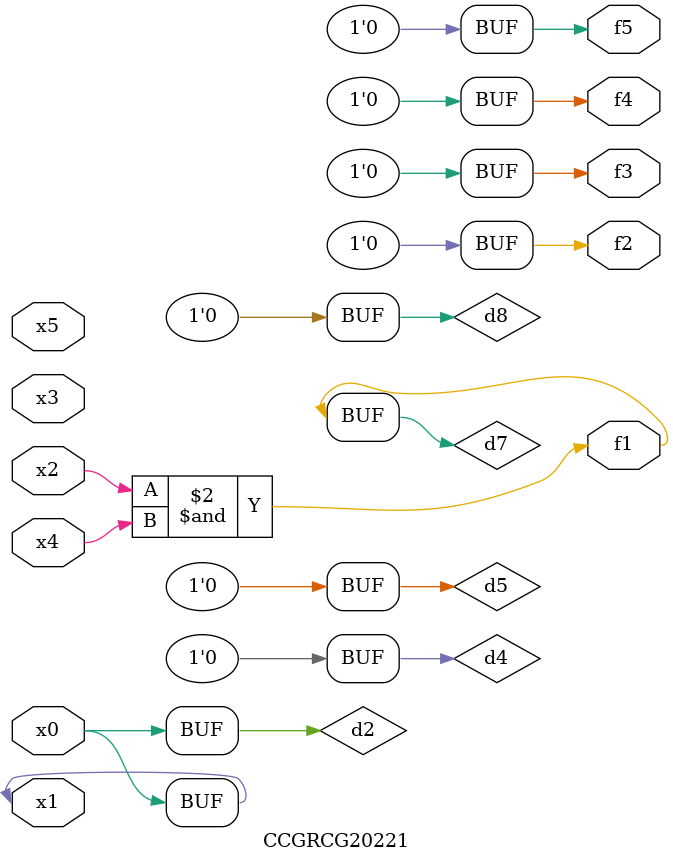
<source format=v>
module CCGRCG20221(
	input x0, x1, x2, x3, x4, x5,
	output f1, f2, f3, f4, f5
);

	wire d1, d2, d3, d4, d5, d6, d7, d8, d9;

	nand (d1, x1);
	buf (d2, x0, x1);
	nand (d3, x2, x4);
	and (d4, d1, d2);
	and (d5, d1, d2);
	nand (d6, d1, d3);
	not (d7, d3);
	xor (d8, d5);
	nor (d9, d5, d6);
	assign f1 = d7;
	assign f2 = d8;
	assign f3 = d8;
	assign f4 = d8;
	assign f5 = d8;
endmodule

</source>
